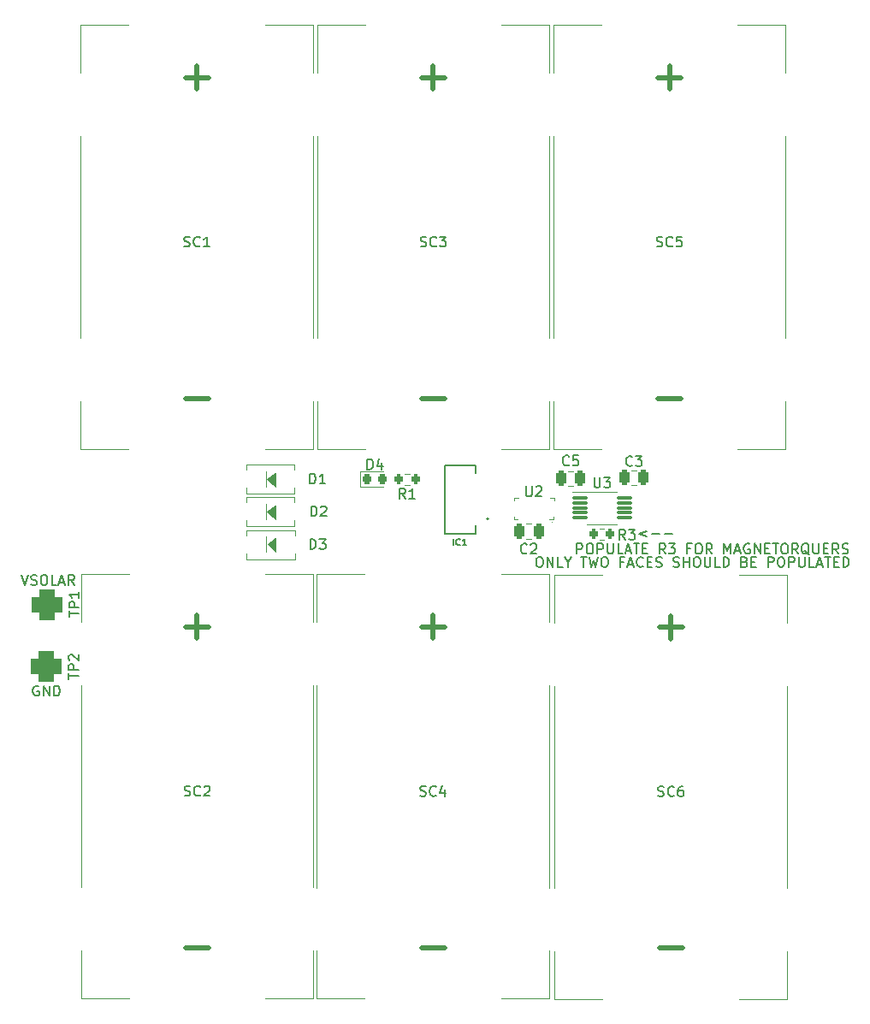
<source format=gbr>
%TF.GenerationSoftware,KiCad,Pcbnew,(6.0.7)*%
%TF.CreationDate,2023-01-31T02:47:43-08:00*%
%TF.ProjectId,solar-panel-NoCutout,736f6c61-722d-4706-916e-656c2d4e6f43,2.0*%
%TF.SameCoordinates,Original*%
%TF.FileFunction,Legend,Top*%
%TF.FilePolarity,Positive*%
%FSLAX46Y46*%
G04 Gerber Fmt 4.6, Leading zero omitted, Abs format (unit mm)*
G04 Created by KiCad (PCBNEW (6.0.7)) date 2023-01-31 02:47:43*
%MOMM*%
%LPD*%
G01*
G04 APERTURE LIST*
G04 Aperture macros list*
%AMRoundRect*
0 Rectangle with rounded corners*
0 $1 Rounding radius*
0 $2 $3 $4 $5 $6 $7 $8 $9 X,Y pos of 4 corners*
0 Add a 4 corners polygon primitive as box body*
4,1,4,$2,$3,$4,$5,$6,$7,$8,$9,$2,$3,0*
0 Add four circle primitives for the rounded corners*
1,1,$1+$1,$2,$3*
1,1,$1+$1,$4,$5*
1,1,$1+$1,$6,$7*
1,1,$1+$1,$8,$9*
0 Add four rect primitives between the rounded corners*
20,1,$1+$1,$2,$3,$4,$5,0*
20,1,$1+$1,$4,$5,$6,$7,0*
20,1,$1+$1,$6,$7,$8,$9,0*
20,1,$1+$1,$8,$9,$2,$3,0*%
G04 Aperture macros list end*
%ADD10C,0.150000*%
%ADD11C,0.500000*%
%ADD12C,0.120000*%
%ADD13C,0.100000*%
%ADD14C,0.127000*%
%ADD15C,0.200000*%
%ADD16C,5.250000*%
%ADD17R,0.750000X0.300000*%
%ADD18R,1.750000X1.450000*%
%ADD19R,13.000000X3.000000*%
%ADD20RoundRect,0.750000X0.750000X-0.750000X0.750000X0.750000X-0.750000X0.750000X-0.750000X-0.750000X0*%
%ADD21R,2.500000X1.700000*%
%ADD22RoundRect,0.250000X-0.250000X-0.475000X0.250000X-0.475000X0.250000X0.475000X-0.250000X0.475000X0*%
%ADD23RoundRect,0.250000X0.250000X0.475000X-0.250000X0.475000X-0.250000X-0.475000X0.250000X-0.475000X0*%
%ADD24R,1.600000X0.700000*%
%ADD25RoundRect,0.200000X0.200000X0.275000X-0.200000X0.275000X-0.200000X-0.275000X0.200000X-0.275000X0*%
%ADD26RoundRect,0.218750X-0.218750X-0.256250X0.218750X-0.256250X0.218750X0.256250X-0.218750X0.256250X0*%
%ADD27RoundRect,0.075000X-0.650000X-0.075000X0.650000X-0.075000X0.650000X0.075000X-0.650000X0.075000X0*%
G04 APERTURE END LIST*
D10*
X105428095Y-132010000D02*
X105332857Y-131962380D01*
X105190000Y-131962380D01*
X105047142Y-132010000D01*
X104951904Y-132105238D01*
X104904285Y-132200476D01*
X104856666Y-132390952D01*
X104856666Y-132533809D01*
X104904285Y-132724285D01*
X104951904Y-132819523D01*
X105047142Y-132914761D01*
X105190000Y-132962380D01*
X105285238Y-132962380D01*
X105428095Y-132914761D01*
X105475714Y-132867142D01*
X105475714Y-132533809D01*
X105285238Y-132533809D01*
X105904285Y-132962380D02*
X105904285Y-131962380D01*
X106475714Y-132962380D01*
X106475714Y-131962380D01*
X106951904Y-132962380D02*
X106951904Y-131962380D01*
X107190000Y-131962380D01*
X107332857Y-132010000D01*
X107428095Y-132105238D01*
X107475714Y-132200476D01*
X107523333Y-132390952D01*
X107523333Y-132533809D01*
X107475714Y-132724285D01*
X107428095Y-132819523D01*
X107332857Y-132914761D01*
X107190000Y-132962380D01*
X106951904Y-132962380D01*
X158695238Y-118902380D02*
X158695238Y-117902380D01*
X159076190Y-117902380D01*
X159171428Y-117950000D01*
X159219047Y-117997619D01*
X159266666Y-118092857D01*
X159266666Y-118235714D01*
X159219047Y-118330952D01*
X159171428Y-118378571D01*
X159076190Y-118426190D01*
X158695238Y-118426190D01*
X159885714Y-117902380D02*
X160076190Y-117902380D01*
X160171428Y-117950000D01*
X160266666Y-118045238D01*
X160314285Y-118235714D01*
X160314285Y-118569047D01*
X160266666Y-118759523D01*
X160171428Y-118854761D01*
X160076190Y-118902380D01*
X159885714Y-118902380D01*
X159790476Y-118854761D01*
X159695238Y-118759523D01*
X159647619Y-118569047D01*
X159647619Y-118235714D01*
X159695238Y-118045238D01*
X159790476Y-117950000D01*
X159885714Y-117902380D01*
X160742857Y-118902380D02*
X160742857Y-117902380D01*
X161123809Y-117902380D01*
X161219047Y-117950000D01*
X161266666Y-117997619D01*
X161314285Y-118092857D01*
X161314285Y-118235714D01*
X161266666Y-118330952D01*
X161219047Y-118378571D01*
X161123809Y-118426190D01*
X160742857Y-118426190D01*
X161742857Y-117902380D02*
X161742857Y-118711904D01*
X161790476Y-118807142D01*
X161838095Y-118854761D01*
X161933333Y-118902380D01*
X162123809Y-118902380D01*
X162219047Y-118854761D01*
X162266666Y-118807142D01*
X162314285Y-118711904D01*
X162314285Y-117902380D01*
X163266666Y-118902380D02*
X162790476Y-118902380D01*
X162790476Y-117902380D01*
X163552380Y-118616666D02*
X164028571Y-118616666D01*
X163457142Y-118902380D02*
X163790476Y-117902380D01*
X164123809Y-118902380D01*
X164314285Y-117902380D02*
X164885714Y-117902380D01*
X164600000Y-118902380D02*
X164600000Y-117902380D01*
X165219047Y-118378571D02*
X165552380Y-118378571D01*
X165695238Y-118902380D02*
X165219047Y-118902380D01*
X165219047Y-117902380D01*
X165695238Y-117902380D01*
X167457142Y-118902380D02*
X167123809Y-118426190D01*
X166885714Y-118902380D02*
X166885714Y-117902380D01*
X167266666Y-117902380D01*
X167361904Y-117950000D01*
X167409523Y-117997619D01*
X167457142Y-118092857D01*
X167457142Y-118235714D01*
X167409523Y-118330952D01*
X167361904Y-118378571D01*
X167266666Y-118426190D01*
X166885714Y-118426190D01*
X167790476Y-117902380D02*
X168409523Y-117902380D01*
X168076190Y-118283333D01*
X168219047Y-118283333D01*
X168314285Y-118330952D01*
X168361904Y-118378571D01*
X168409523Y-118473809D01*
X168409523Y-118711904D01*
X168361904Y-118807142D01*
X168314285Y-118854761D01*
X168219047Y-118902380D01*
X167933333Y-118902380D01*
X167838095Y-118854761D01*
X167790476Y-118807142D01*
X169933333Y-118378571D02*
X169600000Y-118378571D01*
X169600000Y-118902380D02*
X169600000Y-117902380D01*
X170076190Y-117902380D01*
X170647619Y-117902380D02*
X170838095Y-117902380D01*
X170933333Y-117950000D01*
X171028571Y-118045238D01*
X171076190Y-118235714D01*
X171076190Y-118569047D01*
X171028571Y-118759523D01*
X170933333Y-118854761D01*
X170838095Y-118902380D01*
X170647619Y-118902380D01*
X170552380Y-118854761D01*
X170457142Y-118759523D01*
X170409523Y-118569047D01*
X170409523Y-118235714D01*
X170457142Y-118045238D01*
X170552380Y-117950000D01*
X170647619Y-117902380D01*
X172076190Y-118902380D02*
X171742857Y-118426190D01*
X171504761Y-118902380D02*
X171504761Y-117902380D01*
X171885714Y-117902380D01*
X171980952Y-117950000D01*
X172028571Y-117997619D01*
X172076190Y-118092857D01*
X172076190Y-118235714D01*
X172028571Y-118330952D01*
X171980952Y-118378571D01*
X171885714Y-118426190D01*
X171504761Y-118426190D01*
X173266666Y-118902380D02*
X173266666Y-117902380D01*
X173600000Y-118616666D01*
X173933333Y-117902380D01*
X173933333Y-118902380D01*
X174361904Y-118616666D02*
X174838095Y-118616666D01*
X174266666Y-118902380D02*
X174600000Y-117902380D01*
X174933333Y-118902380D01*
X175790476Y-117950000D02*
X175695238Y-117902380D01*
X175552380Y-117902380D01*
X175409523Y-117950000D01*
X175314285Y-118045238D01*
X175266666Y-118140476D01*
X175219047Y-118330952D01*
X175219047Y-118473809D01*
X175266666Y-118664285D01*
X175314285Y-118759523D01*
X175409523Y-118854761D01*
X175552380Y-118902380D01*
X175647619Y-118902380D01*
X175790476Y-118854761D01*
X175838095Y-118807142D01*
X175838095Y-118473809D01*
X175647619Y-118473809D01*
X176266666Y-118902380D02*
X176266666Y-117902380D01*
X176838095Y-118902380D01*
X176838095Y-117902380D01*
X177314285Y-118378571D02*
X177647619Y-118378571D01*
X177790476Y-118902380D02*
X177314285Y-118902380D01*
X177314285Y-117902380D01*
X177790476Y-117902380D01*
X178076190Y-117902380D02*
X178647619Y-117902380D01*
X178361904Y-118902380D02*
X178361904Y-117902380D01*
X179171428Y-117902380D02*
X179361904Y-117902380D01*
X179457142Y-117950000D01*
X179552380Y-118045238D01*
X179600000Y-118235714D01*
X179600000Y-118569047D01*
X179552380Y-118759523D01*
X179457142Y-118854761D01*
X179361904Y-118902380D01*
X179171428Y-118902380D01*
X179076190Y-118854761D01*
X178980952Y-118759523D01*
X178933333Y-118569047D01*
X178933333Y-118235714D01*
X178980952Y-118045238D01*
X179076190Y-117950000D01*
X179171428Y-117902380D01*
X180600000Y-118902380D02*
X180266666Y-118426190D01*
X180028571Y-118902380D02*
X180028571Y-117902380D01*
X180409523Y-117902380D01*
X180504761Y-117950000D01*
X180552380Y-117997619D01*
X180600000Y-118092857D01*
X180600000Y-118235714D01*
X180552380Y-118330952D01*
X180504761Y-118378571D01*
X180409523Y-118426190D01*
X180028571Y-118426190D01*
X181695238Y-118997619D02*
X181600000Y-118950000D01*
X181504761Y-118854761D01*
X181361904Y-118711904D01*
X181266666Y-118664285D01*
X181171428Y-118664285D01*
X181219047Y-118902380D02*
X181123809Y-118854761D01*
X181028571Y-118759523D01*
X180980952Y-118569047D01*
X180980952Y-118235714D01*
X181028571Y-118045238D01*
X181123809Y-117950000D01*
X181219047Y-117902380D01*
X181409523Y-117902380D01*
X181504761Y-117950000D01*
X181600000Y-118045238D01*
X181647619Y-118235714D01*
X181647619Y-118569047D01*
X181600000Y-118759523D01*
X181504761Y-118854761D01*
X181409523Y-118902380D01*
X181219047Y-118902380D01*
X182076190Y-117902380D02*
X182076190Y-118711904D01*
X182123809Y-118807142D01*
X182171428Y-118854761D01*
X182266666Y-118902380D01*
X182457142Y-118902380D01*
X182552380Y-118854761D01*
X182600000Y-118807142D01*
X182647619Y-118711904D01*
X182647619Y-117902380D01*
X183123809Y-118378571D02*
X183457142Y-118378571D01*
X183600000Y-118902380D02*
X183123809Y-118902380D01*
X183123809Y-117902380D01*
X183600000Y-117902380D01*
X184600000Y-118902380D02*
X184266666Y-118426190D01*
X184028571Y-118902380D02*
X184028571Y-117902380D01*
X184409523Y-117902380D01*
X184504761Y-117950000D01*
X184552380Y-117997619D01*
X184600000Y-118092857D01*
X184600000Y-118235714D01*
X184552380Y-118330952D01*
X184504761Y-118378571D01*
X184409523Y-118426190D01*
X184028571Y-118426190D01*
X184980952Y-118854761D02*
X185123809Y-118902380D01*
X185361904Y-118902380D01*
X185457142Y-118854761D01*
X185504761Y-118807142D01*
X185552380Y-118711904D01*
X185552380Y-118616666D01*
X185504761Y-118521428D01*
X185457142Y-118473809D01*
X185361904Y-118426190D01*
X185171428Y-118378571D01*
X185076190Y-118330952D01*
X185028571Y-118283333D01*
X184980952Y-118188095D01*
X184980952Y-118092857D01*
X185028571Y-117997619D01*
X185076190Y-117950000D01*
X185171428Y-117902380D01*
X185409523Y-117902380D01*
X185552380Y-117950000D01*
X165652857Y-116635714D02*
X164890952Y-116921428D01*
X165652857Y-117207142D01*
X166129047Y-116921428D02*
X166890952Y-116921428D01*
X167367142Y-116921428D02*
X168129047Y-116921428D01*
X154911904Y-119232380D02*
X155102380Y-119232380D01*
X155197619Y-119280000D01*
X155292857Y-119375238D01*
X155340476Y-119565714D01*
X155340476Y-119899047D01*
X155292857Y-120089523D01*
X155197619Y-120184761D01*
X155102380Y-120232380D01*
X154911904Y-120232380D01*
X154816666Y-120184761D01*
X154721428Y-120089523D01*
X154673809Y-119899047D01*
X154673809Y-119565714D01*
X154721428Y-119375238D01*
X154816666Y-119280000D01*
X154911904Y-119232380D01*
X155769047Y-120232380D02*
X155769047Y-119232380D01*
X156340476Y-120232380D01*
X156340476Y-119232380D01*
X157292857Y-120232380D02*
X156816666Y-120232380D01*
X156816666Y-119232380D01*
X157816666Y-119756190D02*
X157816666Y-120232380D01*
X157483333Y-119232380D02*
X157816666Y-119756190D01*
X158150000Y-119232380D01*
X159102380Y-119232380D02*
X159673809Y-119232380D01*
X159388095Y-120232380D02*
X159388095Y-119232380D01*
X159911904Y-119232380D02*
X160150000Y-120232380D01*
X160340476Y-119518095D01*
X160530952Y-120232380D01*
X160769047Y-119232380D01*
X161340476Y-119232380D02*
X161530952Y-119232380D01*
X161626190Y-119280000D01*
X161721428Y-119375238D01*
X161769047Y-119565714D01*
X161769047Y-119899047D01*
X161721428Y-120089523D01*
X161626190Y-120184761D01*
X161530952Y-120232380D01*
X161340476Y-120232380D01*
X161245238Y-120184761D01*
X161150000Y-120089523D01*
X161102380Y-119899047D01*
X161102380Y-119565714D01*
X161150000Y-119375238D01*
X161245238Y-119280000D01*
X161340476Y-119232380D01*
X163292857Y-119708571D02*
X162959523Y-119708571D01*
X162959523Y-120232380D02*
X162959523Y-119232380D01*
X163435714Y-119232380D01*
X163769047Y-119946666D02*
X164245238Y-119946666D01*
X163673809Y-120232380D02*
X164007142Y-119232380D01*
X164340476Y-120232380D01*
X165245238Y-120137142D02*
X165197619Y-120184761D01*
X165054761Y-120232380D01*
X164959523Y-120232380D01*
X164816666Y-120184761D01*
X164721428Y-120089523D01*
X164673809Y-119994285D01*
X164626190Y-119803809D01*
X164626190Y-119660952D01*
X164673809Y-119470476D01*
X164721428Y-119375238D01*
X164816666Y-119280000D01*
X164959523Y-119232380D01*
X165054761Y-119232380D01*
X165197619Y-119280000D01*
X165245238Y-119327619D01*
X165673809Y-119708571D02*
X166007142Y-119708571D01*
X166150000Y-120232380D02*
X165673809Y-120232380D01*
X165673809Y-119232380D01*
X166150000Y-119232380D01*
X166530952Y-120184761D02*
X166673809Y-120232380D01*
X166911904Y-120232380D01*
X167007142Y-120184761D01*
X167054761Y-120137142D01*
X167102380Y-120041904D01*
X167102380Y-119946666D01*
X167054761Y-119851428D01*
X167007142Y-119803809D01*
X166911904Y-119756190D01*
X166721428Y-119708571D01*
X166626190Y-119660952D01*
X166578571Y-119613333D01*
X166530952Y-119518095D01*
X166530952Y-119422857D01*
X166578571Y-119327619D01*
X166626190Y-119280000D01*
X166721428Y-119232380D01*
X166959523Y-119232380D01*
X167102380Y-119280000D01*
X168245238Y-120184761D02*
X168388095Y-120232380D01*
X168626190Y-120232380D01*
X168721428Y-120184761D01*
X168769047Y-120137142D01*
X168816666Y-120041904D01*
X168816666Y-119946666D01*
X168769047Y-119851428D01*
X168721428Y-119803809D01*
X168626190Y-119756190D01*
X168435714Y-119708571D01*
X168340476Y-119660952D01*
X168292857Y-119613333D01*
X168245238Y-119518095D01*
X168245238Y-119422857D01*
X168292857Y-119327619D01*
X168340476Y-119280000D01*
X168435714Y-119232380D01*
X168673809Y-119232380D01*
X168816666Y-119280000D01*
X169245238Y-120232380D02*
X169245238Y-119232380D01*
X169245238Y-119708571D02*
X169816666Y-119708571D01*
X169816666Y-120232380D02*
X169816666Y-119232380D01*
X170483333Y-119232380D02*
X170673809Y-119232380D01*
X170769047Y-119280000D01*
X170864285Y-119375238D01*
X170911904Y-119565714D01*
X170911904Y-119899047D01*
X170864285Y-120089523D01*
X170769047Y-120184761D01*
X170673809Y-120232380D01*
X170483333Y-120232380D01*
X170388095Y-120184761D01*
X170292857Y-120089523D01*
X170245238Y-119899047D01*
X170245238Y-119565714D01*
X170292857Y-119375238D01*
X170388095Y-119280000D01*
X170483333Y-119232380D01*
X171340476Y-119232380D02*
X171340476Y-120041904D01*
X171388095Y-120137142D01*
X171435714Y-120184761D01*
X171530952Y-120232380D01*
X171721428Y-120232380D01*
X171816666Y-120184761D01*
X171864285Y-120137142D01*
X171911904Y-120041904D01*
X171911904Y-119232380D01*
X172864285Y-120232380D02*
X172388095Y-120232380D01*
X172388095Y-119232380D01*
X173197619Y-120232380D02*
X173197619Y-119232380D01*
X173435714Y-119232380D01*
X173578571Y-119280000D01*
X173673809Y-119375238D01*
X173721428Y-119470476D01*
X173769047Y-119660952D01*
X173769047Y-119803809D01*
X173721428Y-119994285D01*
X173673809Y-120089523D01*
X173578571Y-120184761D01*
X173435714Y-120232380D01*
X173197619Y-120232380D01*
X175292857Y-119708571D02*
X175435714Y-119756190D01*
X175483333Y-119803809D01*
X175530952Y-119899047D01*
X175530952Y-120041904D01*
X175483333Y-120137142D01*
X175435714Y-120184761D01*
X175340476Y-120232380D01*
X174959523Y-120232380D01*
X174959523Y-119232380D01*
X175292857Y-119232380D01*
X175388095Y-119280000D01*
X175435714Y-119327619D01*
X175483333Y-119422857D01*
X175483333Y-119518095D01*
X175435714Y-119613333D01*
X175388095Y-119660952D01*
X175292857Y-119708571D01*
X174959523Y-119708571D01*
X175959523Y-119708571D02*
X176292857Y-119708571D01*
X176435714Y-120232380D02*
X175959523Y-120232380D01*
X175959523Y-119232380D01*
X176435714Y-119232380D01*
X177626190Y-120232380D02*
X177626190Y-119232380D01*
X178007142Y-119232380D01*
X178102380Y-119280000D01*
X178150000Y-119327619D01*
X178197619Y-119422857D01*
X178197619Y-119565714D01*
X178150000Y-119660952D01*
X178102380Y-119708571D01*
X178007142Y-119756190D01*
X177626190Y-119756190D01*
X178816666Y-119232380D02*
X179007142Y-119232380D01*
X179102380Y-119280000D01*
X179197619Y-119375238D01*
X179245238Y-119565714D01*
X179245238Y-119899047D01*
X179197619Y-120089523D01*
X179102380Y-120184761D01*
X179007142Y-120232380D01*
X178816666Y-120232380D01*
X178721428Y-120184761D01*
X178626190Y-120089523D01*
X178578571Y-119899047D01*
X178578571Y-119565714D01*
X178626190Y-119375238D01*
X178721428Y-119280000D01*
X178816666Y-119232380D01*
X179673809Y-120232380D02*
X179673809Y-119232380D01*
X180054761Y-119232380D01*
X180150000Y-119280000D01*
X180197619Y-119327619D01*
X180245238Y-119422857D01*
X180245238Y-119565714D01*
X180197619Y-119660952D01*
X180150000Y-119708571D01*
X180054761Y-119756190D01*
X179673809Y-119756190D01*
X180673809Y-119232380D02*
X180673809Y-120041904D01*
X180721428Y-120137142D01*
X180769047Y-120184761D01*
X180864285Y-120232380D01*
X181054761Y-120232380D01*
X181150000Y-120184761D01*
X181197619Y-120137142D01*
X181245238Y-120041904D01*
X181245238Y-119232380D01*
X182197619Y-120232380D02*
X181721428Y-120232380D01*
X181721428Y-119232380D01*
X182483333Y-119946666D02*
X182959523Y-119946666D01*
X182388095Y-120232380D02*
X182721428Y-119232380D01*
X183054761Y-120232380D01*
X183245238Y-119232380D02*
X183816666Y-119232380D01*
X183530952Y-120232380D02*
X183530952Y-119232380D01*
X184150000Y-119708571D02*
X184483333Y-119708571D01*
X184626190Y-120232380D02*
X184150000Y-120232380D01*
X184150000Y-119232380D01*
X184626190Y-119232380D01*
X185054761Y-120232380D02*
X185054761Y-119232380D01*
X185292857Y-119232380D01*
X185435714Y-119280000D01*
X185530952Y-119375238D01*
X185578571Y-119470476D01*
X185626190Y-119660952D01*
X185626190Y-119803809D01*
X185578571Y-119994285D01*
X185530952Y-120089523D01*
X185435714Y-120184761D01*
X185292857Y-120232380D01*
X185054761Y-120232380D01*
X103733333Y-121002380D02*
X104066666Y-122002380D01*
X104400000Y-121002380D01*
X104685714Y-121954761D02*
X104828571Y-122002380D01*
X105066666Y-122002380D01*
X105161904Y-121954761D01*
X105209523Y-121907142D01*
X105257142Y-121811904D01*
X105257142Y-121716666D01*
X105209523Y-121621428D01*
X105161904Y-121573809D01*
X105066666Y-121526190D01*
X104876190Y-121478571D01*
X104780952Y-121430952D01*
X104733333Y-121383333D01*
X104685714Y-121288095D01*
X104685714Y-121192857D01*
X104733333Y-121097619D01*
X104780952Y-121050000D01*
X104876190Y-121002380D01*
X105114285Y-121002380D01*
X105257142Y-121050000D01*
X105876190Y-121002380D02*
X106066666Y-121002380D01*
X106161904Y-121050000D01*
X106257142Y-121145238D01*
X106304761Y-121335714D01*
X106304761Y-121669047D01*
X106257142Y-121859523D01*
X106161904Y-121954761D01*
X106066666Y-122002380D01*
X105876190Y-122002380D01*
X105780952Y-121954761D01*
X105685714Y-121859523D01*
X105638095Y-121669047D01*
X105638095Y-121335714D01*
X105685714Y-121145238D01*
X105780952Y-121050000D01*
X105876190Y-121002380D01*
X107209523Y-122002380D02*
X106733333Y-122002380D01*
X106733333Y-121002380D01*
X107495238Y-121716666D02*
X107971428Y-121716666D01*
X107400000Y-122002380D02*
X107733333Y-121002380D01*
X108066666Y-122002380D01*
X108971428Y-122002380D02*
X108638095Y-121526190D01*
X108400000Y-122002380D02*
X108400000Y-121002380D01*
X108780952Y-121002380D01*
X108876190Y-121050000D01*
X108923809Y-121097619D01*
X108971428Y-121192857D01*
X108971428Y-121335714D01*
X108923809Y-121430952D01*
X108876190Y-121478571D01*
X108780952Y-121526190D01*
X108400000Y-121526190D01*
%TO.C,J2*%
X106206666Y-69762380D02*
X106206666Y-70476666D01*
X106159047Y-70619523D01*
X106063809Y-70714761D01*
X105920952Y-70762380D01*
X105825714Y-70762380D01*
X106635238Y-69857619D02*
X106682857Y-69810000D01*
X106778095Y-69762380D01*
X107016190Y-69762380D01*
X107111428Y-69810000D01*
X107159047Y-69857619D01*
X107206666Y-69952857D01*
X107206666Y-70048095D01*
X107159047Y-70190952D01*
X106587619Y-70762380D01*
X107206666Y-70762380D01*
%TO.C,J3*%
X106086666Y-158882380D02*
X106086666Y-159596666D01*
X106039047Y-159739523D01*
X105943809Y-159834761D01*
X105800952Y-159882380D01*
X105705714Y-159882380D01*
X106467619Y-158882380D02*
X107086666Y-158882380D01*
X106753333Y-159263333D01*
X106896190Y-159263333D01*
X106991428Y-159310952D01*
X107039047Y-159358571D01*
X107086666Y-159453809D01*
X107086666Y-159691904D01*
X107039047Y-159787142D01*
X106991428Y-159834761D01*
X106896190Y-159882380D01*
X106610476Y-159882380D01*
X106515238Y-159834761D01*
X106467619Y-159787142D01*
%TO.C,J4*%
X182266666Y-69832380D02*
X182266666Y-70546666D01*
X182219047Y-70689523D01*
X182123809Y-70784761D01*
X181980952Y-70832380D01*
X181885714Y-70832380D01*
X183171428Y-70165714D02*
X183171428Y-70832380D01*
X182933333Y-69784761D02*
X182695238Y-70499047D01*
X183314285Y-70499047D01*
%TO.C,J5*%
X182046666Y-158822380D02*
X182046666Y-159536666D01*
X181999047Y-159679523D01*
X181903809Y-159774761D01*
X181760952Y-159822380D01*
X181665714Y-159822380D01*
X182999047Y-158822380D02*
X182522857Y-158822380D01*
X182475238Y-159298571D01*
X182522857Y-159250952D01*
X182618095Y-159203333D01*
X182856190Y-159203333D01*
X182951428Y-159250952D01*
X182999047Y-159298571D01*
X183046666Y-159393809D01*
X183046666Y-159631904D01*
X182999047Y-159727142D01*
X182951428Y-159774761D01*
X182856190Y-159822380D01*
X182618095Y-159822380D01*
X182522857Y-159774761D01*
X182475238Y-159727142D01*
%TO.C,U2*%
X153668095Y-112212380D02*
X153668095Y-113021904D01*
X153715714Y-113117142D01*
X153763333Y-113164761D01*
X153858571Y-113212380D01*
X154049047Y-113212380D01*
X154144285Y-113164761D01*
X154191904Y-113117142D01*
X154239523Y-113021904D01*
X154239523Y-112212380D01*
X154668095Y-112307619D02*
X154715714Y-112260000D01*
X154810952Y-112212380D01*
X155049047Y-112212380D01*
X155144285Y-112260000D01*
X155191904Y-112307619D01*
X155239523Y-112402857D01*
X155239523Y-112498095D01*
X155191904Y-112640952D01*
X154620476Y-113212380D01*
X155239523Y-113212380D01*
%TO.C,SC5*%
X166598095Y-88474761D02*
X166740952Y-88522380D01*
X166979047Y-88522380D01*
X167074285Y-88474761D01*
X167121904Y-88427142D01*
X167169523Y-88331904D01*
X167169523Y-88236666D01*
X167121904Y-88141428D01*
X167074285Y-88093809D01*
X166979047Y-88046190D01*
X166788571Y-87998571D01*
X166693333Y-87950952D01*
X166645714Y-87903333D01*
X166598095Y-87808095D01*
X166598095Y-87712857D01*
X166645714Y-87617619D01*
X166693333Y-87570000D01*
X166788571Y-87522380D01*
X167026666Y-87522380D01*
X167169523Y-87570000D01*
X168169523Y-88427142D02*
X168121904Y-88474761D01*
X167979047Y-88522380D01*
X167883809Y-88522380D01*
X167740952Y-88474761D01*
X167645714Y-88379523D01*
X167598095Y-88284285D01*
X167550476Y-88093809D01*
X167550476Y-87950952D01*
X167598095Y-87760476D01*
X167645714Y-87665238D01*
X167740952Y-87570000D01*
X167883809Y-87522380D01*
X167979047Y-87522380D01*
X168121904Y-87570000D01*
X168169523Y-87617619D01*
X169074285Y-87522380D02*
X168598095Y-87522380D01*
X168550476Y-87998571D01*
X168598095Y-87950952D01*
X168693333Y-87903333D01*
X168931428Y-87903333D01*
X169026666Y-87950952D01*
X169074285Y-87998571D01*
X169121904Y-88093809D01*
X169121904Y-88331904D01*
X169074285Y-88427142D01*
X169026666Y-88474761D01*
X168931428Y-88522380D01*
X168693333Y-88522380D01*
X168598095Y-88474761D01*
X168550476Y-88427142D01*
D11*
X166717142Y-71784285D02*
X169002857Y-71784285D01*
X167860000Y-72927142D02*
X167860000Y-70641428D01*
X166717142Y-103534285D02*
X169002857Y-103534285D01*
D10*
%TO.C,TP1*%
X108432380Y-125101904D02*
X108432380Y-124530476D01*
X109432380Y-124816190D02*
X108432380Y-124816190D01*
X109432380Y-124197142D02*
X108432380Y-124197142D01*
X108432380Y-123816190D01*
X108480000Y-123720952D01*
X108527619Y-123673333D01*
X108622857Y-123625714D01*
X108765714Y-123625714D01*
X108860952Y-123673333D01*
X108908571Y-123720952D01*
X108956190Y-123816190D01*
X108956190Y-124197142D01*
X109432380Y-122673333D02*
X109432380Y-123244761D01*
X109432380Y-122959047D02*
X108432380Y-122959047D01*
X108575238Y-123054285D01*
X108670476Y-123149523D01*
X108718095Y-123244761D01*
%TO.C,D3*%
X132311904Y-118452380D02*
X132311904Y-117452380D01*
X132550000Y-117452380D01*
X132692857Y-117500000D01*
X132788095Y-117595238D01*
X132835714Y-117690476D01*
X132883333Y-117880952D01*
X132883333Y-118023809D01*
X132835714Y-118214285D01*
X132788095Y-118309523D01*
X132692857Y-118404761D01*
X132550000Y-118452380D01*
X132311904Y-118452380D01*
X133216666Y-117452380D02*
X133835714Y-117452380D01*
X133502380Y-117833333D01*
X133645238Y-117833333D01*
X133740476Y-117880952D01*
X133788095Y-117928571D01*
X133835714Y-118023809D01*
X133835714Y-118261904D01*
X133788095Y-118357142D01*
X133740476Y-118404761D01*
X133645238Y-118452380D01*
X133359523Y-118452380D01*
X133264285Y-118404761D01*
X133216666Y-118357142D01*
%TO.C,TP2*%
X108402380Y-131291904D02*
X108402380Y-130720476D01*
X109402380Y-131006190D02*
X108402380Y-131006190D01*
X109402380Y-130387142D02*
X108402380Y-130387142D01*
X108402380Y-130006190D01*
X108450000Y-129910952D01*
X108497619Y-129863333D01*
X108592857Y-129815714D01*
X108735714Y-129815714D01*
X108830952Y-129863333D01*
X108878571Y-129910952D01*
X108926190Y-130006190D01*
X108926190Y-130387142D01*
X108497619Y-129434761D02*
X108450000Y-129387142D01*
X108402380Y-129291904D01*
X108402380Y-129053809D01*
X108450000Y-128958571D01*
X108497619Y-128910952D01*
X108592857Y-128863333D01*
X108688095Y-128863333D01*
X108830952Y-128910952D01*
X109402380Y-129482380D01*
X109402380Y-128863333D01*
%TO.C,D1*%
X132281904Y-111962380D02*
X132281904Y-110962380D01*
X132520000Y-110962380D01*
X132662857Y-111010000D01*
X132758095Y-111105238D01*
X132805714Y-111200476D01*
X132853333Y-111390952D01*
X132853333Y-111533809D01*
X132805714Y-111724285D01*
X132758095Y-111819523D01*
X132662857Y-111914761D01*
X132520000Y-111962380D01*
X132281904Y-111962380D01*
X133805714Y-111962380D02*
X133234285Y-111962380D01*
X133520000Y-111962380D02*
X133520000Y-110962380D01*
X133424761Y-111105238D01*
X133329523Y-111200476D01*
X133234285Y-111248095D01*
%TO.C,SC3*%
X143228095Y-88474761D02*
X143370952Y-88522380D01*
X143609047Y-88522380D01*
X143704285Y-88474761D01*
X143751904Y-88427142D01*
X143799523Y-88331904D01*
X143799523Y-88236666D01*
X143751904Y-88141428D01*
X143704285Y-88093809D01*
X143609047Y-88046190D01*
X143418571Y-87998571D01*
X143323333Y-87950952D01*
X143275714Y-87903333D01*
X143228095Y-87808095D01*
X143228095Y-87712857D01*
X143275714Y-87617619D01*
X143323333Y-87570000D01*
X143418571Y-87522380D01*
X143656666Y-87522380D01*
X143799523Y-87570000D01*
X144799523Y-88427142D02*
X144751904Y-88474761D01*
X144609047Y-88522380D01*
X144513809Y-88522380D01*
X144370952Y-88474761D01*
X144275714Y-88379523D01*
X144228095Y-88284285D01*
X144180476Y-88093809D01*
X144180476Y-87950952D01*
X144228095Y-87760476D01*
X144275714Y-87665238D01*
X144370952Y-87570000D01*
X144513809Y-87522380D01*
X144609047Y-87522380D01*
X144751904Y-87570000D01*
X144799523Y-87617619D01*
X145132857Y-87522380D02*
X145751904Y-87522380D01*
X145418571Y-87903333D01*
X145561428Y-87903333D01*
X145656666Y-87950952D01*
X145704285Y-87998571D01*
X145751904Y-88093809D01*
X145751904Y-88331904D01*
X145704285Y-88427142D01*
X145656666Y-88474761D01*
X145561428Y-88522380D01*
X145275714Y-88522380D01*
X145180476Y-88474761D01*
X145132857Y-88427142D01*
D11*
X143347142Y-103534285D02*
X145632857Y-103534285D01*
X143347142Y-71784285D02*
X145632857Y-71784285D01*
X144490000Y-72927142D02*
X144490000Y-70641428D01*
D10*
%TO.C,SC4*%
X143188095Y-142844761D02*
X143330952Y-142892380D01*
X143569047Y-142892380D01*
X143664285Y-142844761D01*
X143711904Y-142797142D01*
X143759523Y-142701904D01*
X143759523Y-142606666D01*
X143711904Y-142511428D01*
X143664285Y-142463809D01*
X143569047Y-142416190D01*
X143378571Y-142368571D01*
X143283333Y-142320952D01*
X143235714Y-142273333D01*
X143188095Y-142178095D01*
X143188095Y-142082857D01*
X143235714Y-141987619D01*
X143283333Y-141940000D01*
X143378571Y-141892380D01*
X143616666Y-141892380D01*
X143759523Y-141940000D01*
X144759523Y-142797142D02*
X144711904Y-142844761D01*
X144569047Y-142892380D01*
X144473809Y-142892380D01*
X144330952Y-142844761D01*
X144235714Y-142749523D01*
X144188095Y-142654285D01*
X144140476Y-142463809D01*
X144140476Y-142320952D01*
X144188095Y-142130476D01*
X144235714Y-142035238D01*
X144330952Y-141940000D01*
X144473809Y-141892380D01*
X144569047Y-141892380D01*
X144711904Y-141940000D01*
X144759523Y-141987619D01*
X145616666Y-142225714D02*
X145616666Y-142892380D01*
X145378571Y-141844761D02*
X145140476Y-142559047D01*
X145759523Y-142559047D01*
D11*
X143307142Y-157904285D02*
X145592857Y-157904285D01*
X143307142Y-126154285D02*
X145592857Y-126154285D01*
X144450000Y-127297142D02*
X144450000Y-125011428D01*
D10*
%TO.C,SC2*%
X119858095Y-142824761D02*
X120000952Y-142872380D01*
X120239047Y-142872380D01*
X120334285Y-142824761D01*
X120381904Y-142777142D01*
X120429523Y-142681904D01*
X120429523Y-142586666D01*
X120381904Y-142491428D01*
X120334285Y-142443809D01*
X120239047Y-142396190D01*
X120048571Y-142348571D01*
X119953333Y-142300952D01*
X119905714Y-142253333D01*
X119858095Y-142158095D01*
X119858095Y-142062857D01*
X119905714Y-141967619D01*
X119953333Y-141920000D01*
X120048571Y-141872380D01*
X120286666Y-141872380D01*
X120429523Y-141920000D01*
X121429523Y-142777142D02*
X121381904Y-142824761D01*
X121239047Y-142872380D01*
X121143809Y-142872380D01*
X121000952Y-142824761D01*
X120905714Y-142729523D01*
X120858095Y-142634285D01*
X120810476Y-142443809D01*
X120810476Y-142300952D01*
X120858095Y-142110476D01*
X120905714Y-142015238D01*
X121000952Y-141920000D01*
X121143809Y-141872380D01*
X121239047Y-141872380D01*
X121381904Y-141920000D01*
X121429523Y-141967619D01*
X121810476Y-141967619D02*
X121858095Y-141920000D01*
X121953333Y-141872380D01*
X122191428Y-141872380D01*
X122286666Y-141920000D01*
X122334285Y-141967619D01*
X122381904Y-142062857D01*
X122381904Y-142158095D01*
X122334285Y-142300952D01*
X121762857Y-142872380D01*
X122381904Y-142872380D01*
D11*
X119977142Y-126134285D02*
X122262857Y-126134285D01*
X121120000Y-127277142D02*
X121120000Y-124991428D01*
X119977142Y-157884285D02*
X122262857Y-157884285D01*
D10*
%TO.C,D2*%
X132391904Y-115182380D02*
X132391904Y-114182380D01*
X132630000Y-114182380D01*
X132772857Y-114230000D01*
X132868095Y-114325238D01*
X132915714Y-114420476D01*
X132963333Y-114610952D01*
X132963333Y-114753809D01*
X132915714Y-114944285D01*
X132868095Y-115039523D01*
X132772857Y-115134761D01*
X132630000Y-115182380D01*
X132391904Y-115182380D01*
X133344285Y-114277619D02*
X133391904Y-114230000D01*
X133487142Y-114182380D01*
X133725238Y-114182380D01*
X133820476Y-114230000D01*
X133868095Y-114277619D01*
X133915714Y-114372857D01*
X133915714Y-114468095D01*
X133868095Y-114610952D01*
X133296666Y-115182380D01*
X133915714Y-115182380D01*
%TO.C,SC6*%
X166738095Y-142874761D02*
X166880952Y-142922380D01*
X167119047Y-142922380D01*
X167214285Y-142874761D01*
X167261904Y-142827142D01*
X167309523Y-142731904D01*
X167309523Y-142636666D01*
X167261904Y-142541428D01*
X167214285Y-142493809D01*
X167119047Y-142446190D01*
X166928571Y-142398571D01*
X166833333Y-142350952D01*
X166785714Y-142303333D01*
X166738095Y-142208095D01*
X166738095Y-142112857D01*
X166785714Y-142017619D01*
X166833333Y-141970000D01*
X166928571Y-141922380D01*
X167166666Y-141922380D01*
X167309523Y-141970000D01*
X168309523Y-142827142D02*
X168261904Y-142874761D01*
X168119047Y-142922380D01*
X168023809Y-142922380D01*
X167880952Y-142874761D01*
X167785714Y-142779523D01*
X167738095Y-142684285D01*
X167690476Y-142493809D01*
X167690476Y-142350952D01*
X167738095Y-142160476D01*
X167785714Y-142065238D01*
X167880952Y-141970000D01*
X168023809Y-141922380D01*
X168119047Y-141922380D01*
X168261904Y-141970000D01*
X168309523Y-142017619D01*
X169166666Y-141922380D02*
X168976190Y-141922380D01*
X168880952Y-141970000D01*
X168833333Y-142017619D01*
X168738095Y-142160476D01*
X168690476Y-142350952D01*
X168690476Y-142731904D01*
X168738095Y-142827142D01*
X168785714Y-142874761D01*
X168880952Y-142922380D01*
X169071428Y-142922380D01*
X169166666Y-142874761D01*
X169214285Y-142827142D01*
X169261904Y-142731904D01*
X169261904Y-142493809D01*
X169214285Y-142398571D01*
X169166666Y-142350952D01*
X169071428Y-142303333D01*
X168880952Y-142303333D01*
X168785714Y-142350952D01*
X168738095Y-142398571D01*
X168690476Y-142493809D01*
D11*
X166857142Y-157934285D02*
X169142857Y-157934285D01*
X166857142Y-126184285D02*
X169142857Y-126184285D01*
X168000000Y-127327142D02*
X168000000Y-125041428D01*
D10*
%TO.C,C2*%
X153753333Y-118807142D02*
X153705714Y-118854761D01*
X153562857Y-118902380D01*
X153467619Y-118902380D01*
X153324761Y-118854761D01*
X153229523Y-118759523D01*
X153181904Y-118664285D01*
X153134285Y-118473809D01*
X153134285Y-118330952D01*
X153181904Y-118140476D01*
X153229523Y-118045238D01*
X153324761Y-117950000D01*
X153467619Y-117902380D01*
X153562857Y-117902380D01*
X153705714Y-117950000D01*
X153753333Y-117997619D01*
X154134285Y-117997619D02*
X154181904Y-117950000D01*
X154277142Y-117902380D01*
X154515238Y-117902380D01*
X154610476Y-117950000D01*
X154658095Y-117997619D01*
X154705714Y-118092857D01*
X154705714Y-118188095D01*
X154658095Y-118330952D01*
X154086666Y-118902380D01*
X154705714Y-118902380D01*
%TO.C,C5*%
X157923333Y-110087142D02*
X157875714Y-110134761D01*
X157732857Y-110182380D01*
X157637619Y-110182380D01*
X157494761Y-110134761D01*
X157399523Y-110039523D01*
X157351904Y-109944285D01*
X157304285Y-109753809D01*
X157304285Y-109610952D01*
X157351904Y-109420476D01*
X157399523Y-109325238D01*
X157494761Y-109230000D01*
X157637619Y-109182380D01*
X157732857Y-109182380D01*
X157875714Y-109230000D01*
X157923333Y-109277619D01*
X158828095Y-109182380D02*
X158351904Y-109182380D01*
X158304285Y-109658571D01*
X158351904Y-109610952D01*
X158447142Y-109563333D01*
X158685238Y-109563333D01*
X158780476Y-109610952D01*
X158828095Y-109658571D01*
X158875714Y-109753809D01*
X158875714Y-109991904D01*
X158828095Y-110087142D01*
X158780476Y-110134761D01*
X158685238Y-110182380D01*
X158447142Y-110182380D01*
X158351904Y-110134761D01*
X158304285Y-110087142D01*
%TO.C,IC1*%
X146468238Y-118070923D02*
X146468238Y-117430923D01*
X147138714Y-118009971D02*
X147108238Y-118040447D01*
X147016809Y-118070923D01*
X146955857Y-118070923D01*
X146864428Y-118040447D01*
X146803476Y-117979495D01*
X146773000Y-117918542D01*
X146742523Y-117796638D01*
X146742523Y-117705209D01*
X146773000Y-117583304D01*
X146803476Y-117522352D01*
X146864428Y-117461400D01*
X146955857Y-117430923D01*
X147016809Y-117430923D01*
X147108238Y-117461400D01*
X147138714Y-117491876D01*
X147748238Y-118070923D02*
X147382523Y-118070923D01*
X147565380Y-118070923D02*
X147565380Y-117430923D01*
X147504428Y-117522352D01*
X147443476Y-117583304D01*
X147382523Y-117613780D01*
%TO.C,R3*%
X163493333Y-117502380D02*
X163160000Y-117026190D01*
X162921904Y-117502380D02*
X162921904Y-116502380D01*
X163302857Y-116502380D01*
X163398095Y-116550000D01*
X163445714Y-116597619D01*
X163493333Y-116692857D01*
X163493333Y-116835714D01*
X163445714Y-116930952D01*
X163398095Y-116978571D01*
X163302857Y-117026190D01*
X162921904Y-117026190D01*
X163826666Y-116502380D02*
X164445714Y-116502380D01*
X164112380Y-116883333D01*
X164255238Y-116883333D01*
X164350476Y-116930952D01*
X164398095Y-116978571D01*
X164445714Y-117073809D01*
X164445714Y-117311904D01*
X164398095Y-117407142D01*
X164350476Y-117454761D01*
X164255238Y-117502380D01*
X163969523Y-117502380D01*
X163874285Y-117454761D01*
X163826666Y-117407142D01*
%TO.C,C3*%
X164173333Y-110127142D02*
X164125714Y-110174761D01*
X163982857Y-110222380D01*
X163887619Y-110222380D01*
X163744761Y-110174761D01*
X163649523Y-110079523D01*
X163601904Y-109984285D01*
X163554285Y-109793809D01*
X163554285Y-109650952D01*
X163601904Y-109460476D01*
X163649523Y-109365238D01*
X163744761Y-109270000D01*
X163887619Y-109222380D01*
X163982857Y-109222380D01*
X164125714Y-109270000D01*
X164173333Y-109317619D01*
X164506666Y-109222380D02*
X165125714Y-109222380D01*
X164792380Y-109603333D01*
X164935238Y-109603333D01*
X165030476Y-109650952D01*
X165078095Y-109698571D01*
X165125714Y-109793809D01*
X165125714Y-110031904D01*
X165078095Y-110127142D01*
X165030476Y-110174761D01*
X164935238Y-110222380D01*
X164649523Y-110222380D01*
X164554285Y-110174761D01*
X164506666Y-110127142D01*
%TO.C,D4*%
X137961904Y-110547380D02*
X137961904Y-109547380D01*
X138200000Y-109547380D01*
X138342857Y-109595000D01*
X138438095Y-109690238D01*
X138485714Y-109785476D01*
X138533333Y-109975952D01*
X138533333Y-110118809D01*
X138485714Y-110309285D01*
X138438095Y-110404523D01*
X138342857Y-110499761D01*
X138200000Y-110547380D01*
X137961904Y-110547380D01*
X139390476Y-109880714D02*
X139390476Y-110547380D01*
X139152380Y-109499761D02*
X138914285Y-110214047D01*
X139533333Y-110214047D01*
%TO.C,SC1*%
X119828095Y-88474761D02*
X119970952Y-88522380D01*
X120209047Y-88522380D01*
X120304285Y-88474761D01*
X120351904Y-88427142D01*
X120399523Y-88331904D01*
X120399523Y-88236666D01*
X120351904Y-88141428D01*
X120304285Y-88093809D01*
X120209047Y-88046190D01*
X120018571Y-87998571D01*
X119923333Y-87950952D01*
X119875714Y-87903333D01*
X119828095Y-87808095D01*
X119828095Y-87712857D01*
X119875714Y-87617619D01*
X119923333Y-87570000D01*
X120018571Y-87522380D01*
X120256666Y-87522380D01*
X120399523Y-87570000D01*
X121399523Y-88427142D02*
X121351904Y-88474761D01*
X121209047Y-88522380D01*
X121113809Y-88522380D01*
X120970952Y-88474761D01*
X120875714Y-88379523D01*
X120828095Y-88284285D01*
X120780476Y-88093809D01*
X120780476Y-87950952D01*
X120828095Y-87760476D01*
X120875714Y-87665238D01*
X120970952Y-87570000D01*
X121113809Y-87522380D01*
X121209047Y-87522380D01*
X121351904Y-87570000D01*
X121399523Y-87617619D01*
X122351904Y-88522380D02*
X121780476Y-88522380D01*
X122066190Y-88522380D02*
X122066190Y-87522380D01*
X121970952Y-87665238D01*
X121875714Y-87760476D01*
X121780476Y-87808095D01*
D11*
X119947142Y-71784285D02*
X122232857Y-71784285D01*
X121090000Y-72927142D02*
X121090000Y-70641428D01*
X119947142Y-103534285D02*
X122232857Y-103534285D01*
D10*
%TO.C,R1*%
X141733333Y-113432380D02*
X141400000Y-112956190D01*
X141161904Y-113432380D02*
X141161904Y-112432380D01*
X141542857Y-112432380D01*
X141638095Y-112480000D01*
X141685714Y-112527619D01*
X141733333Y-112622857D01*
X141733333Y-112765714D01*
X141685714Y-112860952D01*
X141638095Y-112908571D01*
X141542857Y-112956190D01*
X141161904Y-112956190D01*
X142685714Y-113432380D02*
X142114285Y-113432380D01*
X142400000Y-113432380D02*
X142400000Y-112432380D01*
X142304761Y-112575238D01*
X142209523Y-112670476D01*
X142114285Y-112718095D01*
%TO.C,U3*%
X160418095Y-111352380D02*
X160418095Y-112161904D01*
X160465714Y-112257142D01*
X160513333Y-112304761D01*
X160608571Y-112352380D01*
X160799047Y-112352380D01*
X160894285Y-112304761D01*
X160941904Y-112257142D01*
X160989523Y-112161904D01*
X160989523Y-111352380D01*
X161370476Y-111352380D02*
X161989523Y-111352380D01*
X161656190Y-111733333D01*
X161799047Y-111733333D01*
X161894285Y-111780952D01*
X161941904Y-111828571D01*
X161989523Y-111923809D01*
X161989523Y-112161904D01*
X161941904Y-112257142D01*
X161894285Y-112304761D01*
X161799047Y-112352380D01*
X161513333Y-112352380D01*
X161418095Y-112304761D01*
X161370476Y-112257142D01*
D12*
%TO.C,U2*%
X152500000Y-113370000D02*
X152500000Y-113620000D01*
X152450000Y-115470000D02*
X152450000Y-115220000D01*
X152800000Y-113370000D02*
X152900000Y-113370000D01*
X156450000Y-113370000D02*
X156150000Y-113370000D01*
X156400000Y-115470000D02*
X156400000Y-115220000D01*
X152450000Y-115470000D02*
X152750000Y-115470000D01*
X156100000Y-115470000D02*
X156400000Y-115470000D01*
X156150000Y-113370000D02*
X156050000Y-113370000D01*
X156100000Y-115470000D02*
X156000000Y-115470000D01*
X156150000Y-113370000D02*
X156450000Y-113370000D01*
X156450000Y-113370000D02*
X156450000Y-113620000D01*
X152800000Y-113370000D02*
X152500000Y-113370000D01*
X152500000Y-113370000D02*
X152800000Y-113370000D01*
X152750000Y-115470000D02*
X152850000Y-115470000D01*
X152750000Y-115470000D02*
X152450000Y-115470000D01*
X156400000Y-115470000D02*
X156100000Y-115470000D01*
X156300000Y-115770000D02*
G75*
G03*
X156300000Y-115770000I-50000J0D01*
G01*
%TO.C,SC5*%
X161110000Y-66570000D02*
X156360000Y-66570000D01*
X179360000Y-87570000D02*
X179360000Y-97570000D01*
X156360000Y-77570000D02*
X156360000Y-97570000D01*
X156360000Y-87570000D02*
X156360000Y-77570000D01*
X179360000Y-87570000D02*
X179360000Y-77570000D01*
X179360000Y-95820000D02*
X179360000Y-87570000D01*
X156360000Y-66570000D02*
X156360000Y-71320000D01*
X179360000Y-77570000D02*
X179360000Y-95820000D01*
X156360000Y-66570000D02*
X161110000Y-66570000D01*
X156360000Y-108570000D02*
X161110000Y-108570000D01*
X156360000Y-108570000D02*
X156360000Y-103820000D01*
X179360000Y-66570000D02*
X179360000Y-71320000D01*
X174610000Y-108570000D02*
X179360000Y-108570000D01*
X174610000Y-66570000D02*
X179360000Y-66570000D01*
X179360000Y-108570000D02*
X179360000Y-103820000D01*
%TO.C,D3*%
X126025000Y-119450000D02*
X130775000Y-119450000D01*
X126025000Y-119450000D02*
X126025000Y-116550000D01*
X130775000Y-119450000D02*
X130775000Y-116550000D01*
X127968200Y-117187200D02*
X127968200Y-118736600D01*
X126025000Y-116550000D02*
X130775000Y-116550000D01*
G36*
X128908000Y-118711200D02*
G01*
X128095200Y-117974600D01*
X128908000Y-117365000D01*
X128908000Y-118711200D01*
G37*
D13*
X128908000Y-118711200D02*
X128095200Y-117974600D01*
X128908000Y-117365000D01*
X128908000Y-118711200D01*
D12*
%TO.C,D1*%
X125985000Y-112990000D02*
X125985000Y-110090000D01*
X130735000Y-112990000D02*
X130735000Y-110090000D01*
X125985000Y-112990000D02*
X130735000Y-112990000D01*
X125985000Y-110090000D02*
X130735000Y-110090000D01*
X127928200Y-110727200D02*
X127928200Y-112276600D01*
G36*
X128868000Y-112251200D02*
G01*
X128055200Y-111514600D01*
X128868000Y-110905000D01*
X128868000Y-112251200D01*
G37*
D13*
X128868000Y-112251200D02*
X128055200Y-111514600D01*
X128868000Y-110905000D01*
X128868000Y-112251200D01*
D12*
%TO.C,SC3*%
X132990000Y-87570000D02*
X132990000Y-77570000D01*
X132990000Y-77570000D02*
X132990000Y-97570000D01*
X151240000Y-66570000D02*
X155990000Y-66570000D01*
X155990000Y-66570000D02*
X155990000Y-71320000D01*
X132990000Y-66570000D02*
X132990000Y-71320000D01*
X155990000Y-77570000D02*
X155990000Y-95820000D01*
X132990000Y-108570000D02*
X137740000Y-108570000D01*
X132990000Y-108570000D02*
X132990000Y-103820000D01*
X137740000Y-66570000D02*
X132990000Y-66570000D01*
X155990000Y-95820000D02*
X155990000Y-87570000D01*
X151240000Y-108570000D02*
X155990000Y-108570000D01*
X155990000Y-108570000D02*
X155990000Y-103820000D01*
X132990000Y-66570000D02*
X137740000Y-66570000D01*
X155990000Y-87570000D02*
X155990000Y-97570000D01*
X155990000Y-87570000D02*
X155990000Y-77570000D01*
%TO.C,SC4*%
X155950000Y-141940000D02*
X155950000Y-131940000D01*
X132950000Y-131940000D02*
X132950000Y-151940000D01*
X155950000Y-131940000D02*
X155950000Y-150190000D01*
X132950000Y-162940000D02*
X137700000Y-162940000D01*
X155950000Y-150190000D02*
X155950000Y-141940000D01*
X132950000Y-141940000D02*
X132950000Y-131940000D01*
X155950000Y-120940000D02*
X155950000Y-125690000D01*
X155950000Y-141940000D02*
X155950000Y-151940000D01*
X137700000Y-120940000D02*
X132950000Y-120940000D01*
X132950000Y-120940000D02*
X137700000Y-120940000D01*
X155950000Y-162940000D02*
X155950000Y-158190000D01*
X151200000Y-120940000D02*
X155950000Y-120940000D01*
X151200000Y-162940000D02*
X155950000Y-162940000D01*
X132950000Y-120940000D02*
X132950000Y-125690000D01*
X132950000Y-162940000D02*
X132950000Y-158190000D01*
%TO.C,SC2*%
X132620000Y-150170000D02*
X132620000Y-141920000D01*
X109620000Y-162920000D02*
X114370000Y-162920000D01*
X109620000Y-162920000D02*
X109620000Y-158170000D01*
X114370000Y-120920000D02*
X109620000Y-120920000D01*
X132620000Y-131920000D02*
X132620000Y-150170000D01*
X109620000Y-141920000D02*
X109620000Y-131920000D01*
X109620000Y-131920000D02*
X109620000Y-151920000D01*
X132620000Y-141920000D02*
X132620000Y-131920000D01*
X132620000Y-120920000D02*
X132620000Y-125670000D01*
X109620000Y-120920000D02*
X114370000Y-120920000D01*
X127870000Y-120920000D02*
X132620000Y-120920000D01*
X109620000Y-120920000D02*
X109620000Y-125670000D01*
X132620000Y-141920000D02*
X132620000Y-151920000D01*
X132620000Y-162920000D02*
X132620000Y-158170000D01*
X127870000Y-162920000D02*
X132620000Y-162920000D01*
%TO.C,D2*%
X125985000Y-116200000D02*
X125985000Y-113300000D01*
X125985000Y-113300000D02*
X130735000Y-113300000D01*
X130735000Y-116200000D02*
X130735000Y-113300000D01*
X125985000Y-116200000D02*
X130735000Y-116200000D01*
X127928200Y-113937200D02*
X127928200Y-115486600D01*
G36*
X128868000Y-115461200D02*
G01*
X128055200Y-114724600D01*
X128868000Y-114115000D01*
X128868000Y-115461200D01*
G37*
D13*
X128868000Y-115461200D02*
X128055200Y-114724600D01*
X128868000Y-114115000D01*
X128868000Y-115461200D01*
D12*
%TO.C,SC6*%
X179500000Y-141970000D02*
X179500000Y-151970000D01*
X161250000Y-120970000D02*
X156500000Y-120970000D01*
X156500000Y-141970000D02*
X156500000Y-131970000D01*
X174750000Y-120970000D02*
X179500000Y-120970000D01*
X179500000Y-141970000D02*
X179500000Y-131970000D01*
X156500000Y-162970000D02*
X161250000Y-162970000D01*
X174750000Y-162970000D02*
X179500000Y-162970000D01*
X156500000Y-131970000D02*
X156500000Y-151970000D01*
X179500000Y-120970000D02*
X179500000Y-125720000D01*
X179500000Y-150220000D02*
X179500000Y-141970000D01*
X156500000Y-162970000D02*
X156500000Y-158220000D01*
X156500000Y-120970000D02*
X161250000Y-120970000D01*
X156500000Y-120970000D02*
X156500000Y-125720000D01*
X179500000Y-131970000D02*
X179500000Y-150220000D01*
X179500000Y-162970000D02*
X179500000Y-158220000D01*
%TO.C,C2*%
X153698748Y-115955000D02*
X154221252Y-115955000D01*
X153698748Y-117425000D02*
X154221252Y-117425000D01*
%TO.C,C5*%
X158361252Y-110715000D02*
X157838748Y-110715000D01*
X158361252Y-112185000D02*
X157838748Y-112185000D01*
D14*
%TO.C,IC1*%
X145675000Y-116925000D02*
X145675000Y-110125000D01*
X148675000Y-116100000D02*
X148675000Y-116925000D01*
X148675000Y-110125000D02*
X148675000Y-110950000D01*
X148675000Y-116925000D02*
X145675000Y-116925000D01*
X145675000Y-110125000D02*
X148675000Y-110125000D01*
D15*
X149975000Y-115430000D02*
G75*
G03*
X149975000Y-115430000I-100000J0D01*
G01*
D12*
%TO.C,R3*%
X161402258Y-116447500D02*
X160927742Y-116447500D01*
X161402258Y-117492500D02*
X160927742Y-117492500D01*
%TO.C,C3*%
X164098748Y-112115000D02*
X164621252Y-112115000D01*
X164098748Y-110645000D02*
X164621252Y-110645000D01*
%TO.C,D4*%
X139500000Y-110790000D02*
X137215000Y-110790000D01*
X137215000Y-112260000D02*
X139500000Y-112260000D01*
X137215000Y-110790000D02*
X137215000Y-112260000D01*
%TO.C,SC1*%
X132590000Y-66570000D02*
X132590000Y-71320000D01*
X114340000Y-66570000D02*
X109590000Y-66570000D01*
X127840000Y-108570000D02*
X132590000Y-108570000D01*
X109590000Y-108570000D02*
X109590000Y-103820000D01*
X132590000Y-95820000D02*
X132590000Y-87570000D01*
X109590000Y-108570000D02*
X114340000Y-108570000D01*
X132590000Y-108570000D02*
X132590000Y-103820000D01*
X109590000Y-66570000D02*
X109590000Y-71320000D01*
X132590000Y-87570000D02*
X132590000Y-77570000D01*
X127840000Y-66570000D02*
X132590000Y-66570000D01*
X132590000Y-87570000D02*
X132590000Y-97570000D01*
X132590000Y-77570000D02*
X132590000Y-95820000D01*
X109590000Y-77570000D02*
X109590000Y-97570000D01*
X109590000Y-87570000D02*
X109590000Y-77570000D01*
X109590000Y-66570000D02*
X114340000Y-66570000D01*
%TO.C,R1*%
X142137258Y-112072500D02*
X141662742Y-112072500D01*
X142137258Y-111027500D02*
X141662742Y-111027500D01*
%TO.C,U3*%
X161180000Y-115960000D02*
X162680000Y-115960000D01*
X161180000Y-112740000D02*
X158255000Y-112740000D01*
X161180000Y-112740000D02*
X162680000Y-112740000D01*
X161180000Y-115960000D02*
X159680000Y-115960000D01*
%TD*%
%LPC*%
D16*
%TO.C,J2*%
X106500000Y-70300000D03*
%TD*%
%TO.C,J3*%
X106500000Y-159300000D03*
%TD*%
%TO.C,J4*%
X182500000Y-70300000D03*
%TD*%
%TO.C,J5*%
X182500000Y-159300000D03*
%TD*%
D17*
%TO.C,U2*%
X155900000Y-115170000D03*
X155900000Y-114670000D03*
X155900000Y-114170000D03*
X155900000Y-113670000D03*
X153000000Y-113670000D03*
X153000000Y-114170000D03*
X153000000Y-114670000D03*
X153000000Y-115170000D03*
D18*
X154450000Y-114420000D03*
%TD*%
D19*
%TO.C,SC5*%
X167860000Y-67570000D03*
X167860000Y-107570000D03*
%TD*%
D20*
%TO.C,TP1*%
X106230000Y-123950000D03*
%TD*%
D21*
%TO.C,D3*%
X126400000Y-118000000D03*
X130400000Y-118000000D03*
%TD*%
D20*
%TO.C,TP2*%
X106220000Y-130030000D03*
%TD*%
D21*
%TO.C,D1*%
X126360000Y-111540000D03*
X130360000Y-111540000D03*
%TD*%
D19*
%TO.C,SC3*%
X144490000Y-67570000D03*
X144490000Y-107570000D03*
%TD*%
%TO.C,SC4*%
X144450000Y-121940000D03*
X144450000Y-161940000D03*
%TD*%
%TO.C,SC2*%
X121120000Y-121920000D03*
X121120000Y-161920000D03*
%TD*%
D21*
%TO.C,D2*%
X126360000Y-114750000D03*
X130360000Y-114750000D03*
%TD*%
D19*
%TO.C,SC6*%
X168000000Y-121970000D03*
X168000000Y-161970000D03*
%TD*%
D22*
%TO.C,C2*%
X153010000Y-116690000D03*
X154910000Y-116690000D03*
%TD*%
D23*
%TO.C,C5*%
X159050000Y-111450000D03*
X157150000Y-111450000D03*
%TD*%
D24*
%TO.C,IC1*%
X148075000Y-115430000D03*
X148075000Y-114160000D03*
X148075000Y-112890000D03*
X148075000Y-111620000D03*
%TD*%
D25*
%TO.C,R3*%
X161990000Y-116970000D03*
X160340000Y-116970000D03*
%TD*%
D22*
%TO.C,C3*%
X163410000Y-111380000D03*
X165310000Y-111380000D03*
%TD*%
D26*
%TO.C,D4*%
X137912500Y-111525000D03*
X139487500Y-111525000D03*
%TD*%
D19*
%TO.C,SC1*%
X121090000Y-67570000D03*
X121090000Y-107570000D03*
%TD*%
D25*
%TO.C,R1*%
X142725000Y-111550000D03*
X141075000Y-111550000D03*
%TD*%
D27*
%TO.C,U3*%
X158980000Y-113350000D03*
X158980000Y-113850000D03*
X158980000Y-114350000D03*
X158980000Y-114850000D03*
X158980000Y-115350000D03*
X163380000Y-115350000D03*
X163380000Y-114850000D03*
X163380000Y-114350000D03*
X163380000Y-113850000D03*
X163380000Y-113350000D03*
%TD*%
M02*

</source>
